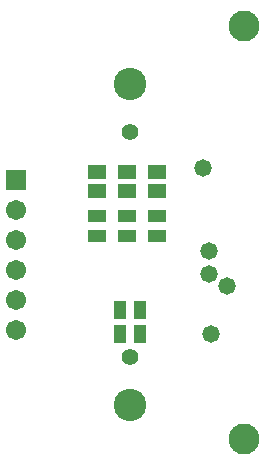
<source format=gbr>
%TF.GenerationSoftware,Altium Limited,Altium Designer,18.0.9 (584)*%
G04 Layer_Color=8388736*
%FSLAX26Y26*%
%MOIN*%
%TF.FileFunction,Soldermask,Top*%
%TF.Part,Single*%
G01*
G75*
%TA.AperFunction,SMDPad,CuDef*%
%ADD25R,0.059181X0.041465*%
%TA.AperFunction,WasherPad*%
%ADD27C,0.103000*%
%TA.AperFunction,ComponentPad*%
%ADD28R,0.067055X0.067055*%
%ADD29C,0.067055*%
%ADD30C,0.055000*%
%ADD31C,0.108000*%
%TA.AperFunction,ViaPad*%
%ADD32C,0.058000*%
%TA.AperFunction,SMDPad,CuDef*%
%ADD34R,0.041465X0.059181*%
%ADD35R,0.061150X0.045402*%
D25*
X378017Y-799370D02*
D03*
Y-732442D02*
D03*
X478017Y-799370D02*
D03*
Y-732442D02*
D03*
X578017Y-799370D02*
D03*
Y-732442D02*
D03*
D27*
X866141Y-1476378D02*
D03*
Y-98425D02*
D03*
D28*
X108267Y-610236D02*
D03*
D29*
Y-710236D02*
D03*
Y-810236D02*
D03*
Y-910236D02*
D03*
Y-1010236D02*
D03*
Y-1110236D02*
D03*
D30*
X486529Y-1200906D02*
D03*
X488129Y-452305D02*
D03*
D31*
Y-290406D02*
D03*
Y-1362805D02*
D03*
D32*
X731317Y-570894D02*
D03*
X811317Y-964894D02*
D03*
X751317Y-924803D02*
D03*
Y-846693D02*
D03*
X757401Y-1124803D02*
D03*
D34*
X453937D02*
D03*
X520867D02*
D03*
X453937Y-1044803D02*
D03*
X520867D02*
D03*
D35*
X378017Y-647402D02*
D03*
Y-584409D02*
D03*
X478017Y-647402D02*
D03*
Y-584409D02*
D03*
X578017Y-647402D02*
D03*
Y-584409D02*
D03*
%TF.MD5,01600957fa9a72f59ad73dc97821dd6a*%
M02*

</source>
